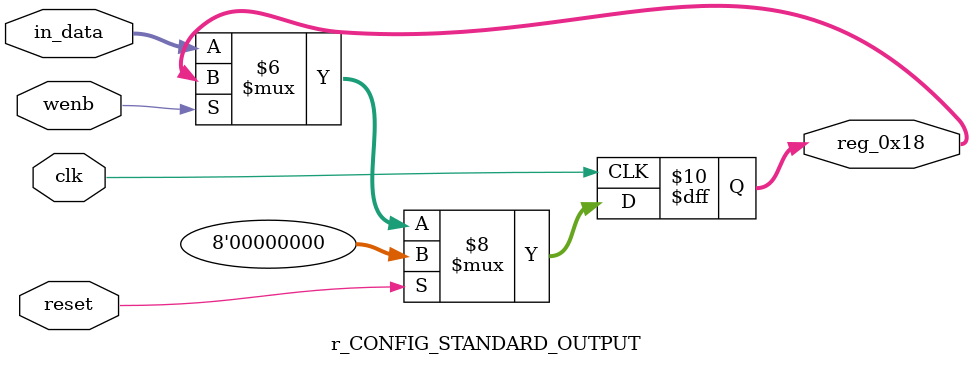
<source format=v>
module r_CONFIG_STANDARD_OUTPUT(output reg [7:0] reg_0x18, input wire reset, input wire wenb, input wire [7:0] in_data, input wire clk);
	always@(posedge clk)
	begin
		if(reset==0) begin
			if(wenb==0)
				reg_0x18<=in_data;
			else
				reg_0x18<=reg_0x18;
		end
		else
			reg_0x18<=8'h00;
	end
endmodule
</source>
